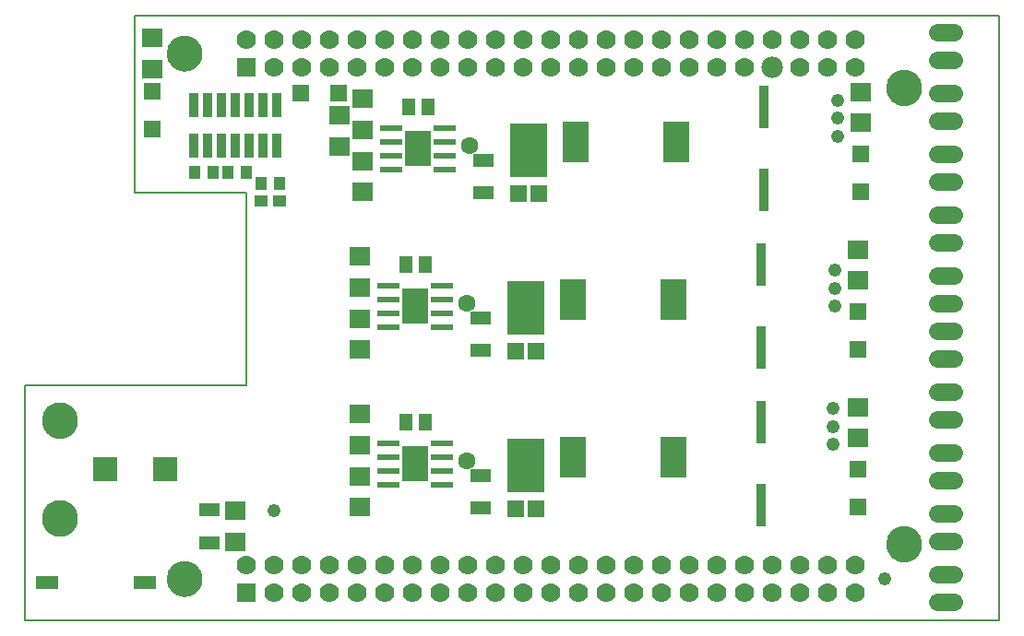
<source format=gts>
G75*
%MOIN*%
%OFA0B0*%
%FSLAX25Y25*%
%IPPOS*%
%LPD*%
%AMOC8*
5,1,8,0,0,1.08239X$1,22.5*
%
%ADD10C,0.00500*%
%ADD11C,0.00000*%
%ADD12C,0.12900*%
%ADD13R,0.07000X0.07000*%
%ADD14C,0.07000*%
%ADD15C,0.07800*%
%ADD16R,0.07500X0.04800*%
%ADD17R,0.07498X0.06699*%
%ADD18R,0.04800X0.06100*%
%ADD19R,0.03500X0.15600*%
%ADD20R,0.05900X0.05900*%
%ADD21R,0.13600X0.19500*%
%ADD22R,0.06306X0.06306*%
%ADD23R,0.08200X0.02200*%
%ADD24R,0.09800X0.12600*%
%ADD25R,0.09455X0.14573*%
%ADD26C,0.06400*%
%ADD27R,0.08668X0.08668*%
%ADD28C,0.12998*%
%ADD29R,0.04337X0.04731*%
%ADD30R,0.04731X0.04337*%
%ADD31R,0.03392X0.09061*%
%ADD32R,0.08300X0.04700*%
%ADD33C,0.04900*%
%ADD34C,0.06306*%
D10*
X0026831Y0025600D02*
X0026831Y0110600D01*
X0106831Y0110600D01*
X0106831Y0180100D01*
X0066331Y0180100D01*
X0066331Y0244100D01*
X0378831Y0244100D01*
X0378831Y0025600D01*
X0026831Y0025600D01*
D11*
X0032996Y0062383D02*
X0032998Y0062541D01*
X0033004Y0062699D01*
X0033014Y0062857D01*
X0033028Y0063015D01*
X0033046Y0063172D01*
X0033067Y0063329D01*
X0033093Y0063485D01*
X0033123Y0063641D01*
X0033156Y0063796D01*
X0033194Y0063949D01*
X0033235Y0064102D01*
X0033280Y0064254D01*
X0033329Y0064405D01*
X0033382Y0064554D01*
X0033438Y0064702D01*
X0033498Y0064848D01*
X0033562Y0064993D01*
X0033630Y0065136D01*
X0033701Y0065278D01*
X0033775Y0065418D01*
X0033853Y0065555D01*
X0033935Y0065691D01*
X0034019Y0065825D01*
X0034108Y0065956D01*
X0034199Y0066085D01*
X0034294Y0066212D01*
X0034391Y0066337D01*
X0034492Y0066459D01*
X0034596Y0066578D01*
X0034703Y0066695D01*
X0034813Y0066809D01*
X0034926Y0066920D01*
X0035041Y0067029D01*
X0035159Y0067134D01*
X0035280Y0067236D01*
X0035403Y0067336D01*
X0035529Y0067432D01*
X0035657Y0067525D01*
X0035787Y0067615D01*
X0035920Y0067701D01*
X0036055Y0067785D01*
X0036191Y0067864D01*
X0036330Y0067941D01*
X0036471Y0068013D01*
X0036613Y0068083D01*
X0036757Y0068148D01*
X0036903Y0068210D01*
X0037050Y0068268D01*
X0037199Y0068323D01*
X0037349Y0068374D01*
X0037500Y0068421D01*
X0037652Y0068464D01*
X0037805Y0068503D01*
X0037960Y0068539D01*
X0038115Y0068570D01*
X0038271Y0068598D01*
X0038427Y0068622D01*
X0038584Y0068642D01*
X0038742Y0068658D01*
X0038899Y0068670D01*
X0039058Y0068678D01*
X0039216Y0068682D01*
X0039374Y0068682D01*
X0039532Y0068678D01*
X0039691Y0068670D01*
X0039848Y0068658D01*
X0040006Y0068642D01*
X0040163Y0068622D01*
X0040319Y0068598D01*
X0040475Y0068570D01*
X0040630Y0068539D01*
X0040785Y0068503D01*
X0040938Y0068464D01*
X0041090Y0068421D01*
X0041241Y0068374D01*
X0041391Y0068323D01*
X0041540Y0068268D01*
X0041687Y0068210D01*
X0041833Y0068148D01*
X0041977Y0068083D01*
X0042119Y0068013D01*
X0042260Y0067941D01*
X0042399Y0067864D01*
X0042535Y0067785D01*
X0042670Y0067701D01*
X0042803Y0067615D01*
X0042933Y0067525D01*
X0043061Y0067432D01*
X0043187Y0067336D01*
X0043310Y0067236D01*
X0043431Y0067134D01*
X0043549Y0067029D01*
X0043664Y0066920D01*
X0043777Y0066809D01*
X0043887Y0066695D01*
X0043994Y0066578D01*
X0044098Y0066459D01*
X0044199Y0066337D01*
X0044296Y0066212D01*
X0044391Y0066085D01*
X0044482Y0065956D01*
X0044571Y0065825D01*
X0044655Y0065691D01*
X0044737Y0065555D01*
X0044815Y0065418D01*
X0044889Y0065278D01*
X0044960Y0065136D01*
X0045028Y0064993D01*
X0045092Y0064848D01*
X0045152Y0064702D01*
X0045208Y0064554D01*
X0045261Y0064405D01*
X0045310Y0064254D01*
X0045355Y0064102D01*
X0045396Y0063949D01*
X0045434Y0063796D01*
X0045467Y0063641D01*
X0045497Y0063485D01*
X0045523Y0063329D01*
X0045544Y0063172D01*
X0045562Y0063015D01*
X0045576Y0062857D01*
X0045586Y0062699D01*
X0045592Y0062541D01*
X0045594Y0062383D01*
X0045592Y0062225D01*
X0045586Y0062067D01*
X0045576Y0061909D01*
X0045562Y0061751D01*
X0045544Y0061594D01*
X0045523Y0061437D01*
X0045497Y0061281D01*
X0045467Y0061125D01*
X0045434Y0060970D01*
X0045396Y0060817D01*
X0045355Y0060664D01*
X0045310Y0060512D01*
X0045261Y0060361D01*
X0045208Y0060212D01*
X0045152Y0060064D01*
X0045092Y0059918D01*
X0045028Y0059773D01*
X0044960Y0059630D01*
X0044889Y0059488D01*
X0044815Y0059348D01*
X0044737Y0059211D01*
X0044655Y0059075D01*
X0044571Y0058941D01*
X0044482Y0058810D01*
X0044391Y0058681D01*
X0044296Y0058554D01*
X0044199Y0058429D01*
X0044098Y0058307D01*
X0043994Y0058188D01*
X0043887Y0058071D01*
X0043777Y0057957D01*
X0043664Y0057846D01*
X0043549Y0057737D01*
X0043431Y0057632D01*
X0043310Y0057530D01*
X0043187Y0057430D01*
X0043061Y0057334D01*
X0042933Y0057241D01*
X0042803Y0057151D01*
X0042670Y0057065D01*
X0042535Y0056981D01*
X0042399Y0056902D01*
X0042260Y0056825D01*
X0042119Y0056753D01*
X0041977Y0056683D01*
X0041833Y0056618D01*
X0041687Y0056556D01*
X0041540Y0056498D01*
X0041391Y0056443D01*
X0041241Y0056392D01*
X0041090Y0056345D01*
X0040938Y0056302D01*
X0040785Y0056263D01*
X0040630Y0056227D01*
X0040475Y0056196D01*
X0040319Y0056168D01*
X0040163Y0056144D01*
X0040006Y0056124D01*
X0039848Y0056108D01*
X0039691Y0056096D01*
X0039532Y0056088D01*
X0039374Y0056084D01*
X0039216Y0056084D01*
X0039058Y0056088D01*
X0038899Y0056096D01*
X0038742Y0056108D01*
X0038584Y0056124D01*
X0038427Y0056144D01*
X0038271Y0056168D01*
X0038115Y0056196D01*
X0037960Y0056227D01*
X0037805Y0056263D01*
X0037652Y0056302D01*
X0037500Y0056345D01*
X0037349Y0056392D01*
X0037199Y0056443D01*
X0037050Y0056498D01*
X0036903Y0056556D01*
X0036757Y0056618D01*
X0036613Y0056683D01*
X0036471Y0056753D01*
X0036330Y0056825D01*
X0036191Y0056902D01*
X0036055Y0056981D01*
X0035920Y0057065D01*
X0035787Y0057151D01*
X0035657Y0057241D01*
X0035529Y0057334D01*
X0035403Y0057430D01*
X0035280Y0057530D01*
X0035159Y0057632D01*
X0035041Y0057737D01*
X0034926Y0057846D01*
X0034813Y0057957D01*
X0034703Y0058071D01*
X0034596Y0058188D01*
X0034492Y0058307D01*
X0034391Y0058429D01*
X0034294Y0058554D01*
X0034199Y0058681D01*
X0034108Y0058810D01*
X0034019Y0058941D01*
X0033935Y0059075D01*
X0033853Y0059211D01*
X0033775Y0059348D01*
X0033701Y0059488D01*
X0033630Y0059630D01*
X0033562Y0059773D01*
X0033498Y0059918D01*
X0033438Y0060064D01*
X0033382Y0060212D01*
X0033329Y0060361D01*
X0033280Y0060512D01*
X0033235Y0060664D01*
X0033194Y0060817D01*
X0033156Y0060970D01*
X0033123Y0061125D01*
X0033093Y0061281D01*
X0033067Y0061437D01*
X0033046Y0061594D01*
X0033028Y0061751D01*
X0033014Y0061909D01*
X0033004Y0062067D01*
X0032998Y0062225D01*
X0032996Y0062383D01*
X0078081Y0040600D02*
X0078083Y0040758D01*
X0078089Y0040915D01*
X0078099Y0041073D01*
X0078113Y0041230D01*
X0078131Y0041386D01*
X0078152Y0041543D01*
X0078178Y0041698D01*
X0078208Y0041853D01*
X0078241Y0042007D01*
X0078279Y0042160D01*
X0078320Y0042313D01*
X0078365Y0042464D01*
X0078414Y0042614D01*
X0078467Y0042762D01*
X0078523Y0042910D01*
X0078584Y0043055D01*
X0078647Y0043200D01*
X0078715Y0043342D01*
X0078786Y0043483D01*
X0078860Y0043622D01*
X0078938Y0043759D01*
X0079020Y0043894D01*
X0079104Y0044027D01*
X0079193Y0044158D01*
X0079284Y0044286D01*
X0079379Y0044413D01*
X0079476Y0044536D01*
X0079577Y0044658D01*
X0079681Y0044776D01*
X0079788Y0044892D01*
X0079898Y0045005D01*
X0080010Y0045116D01*
X0080126Y0045223D01*
X0080244Y0045328D01*
X0080364Y0045430D01*
X0080487Y0045528D01*
X0080613Y0045624D01*
X0080741Y0045716D01*
X0080871Y0045805D01*
X0081003Y0045891D01*
X0081138Y0045973D01*
X0081275Y0046052D01*
X0081413Y0046127D01*
X0081553Y0046199D01*
X0081696Y0046267D01*
X0081839Y0046332D01*
X0081985Y0046393D01*
X0082132Y0046450D01*
X0082280Y0046504D01*
X0082430Y0046554D01*
X0082580Y0046600D01*
X0082732Y0046642D01*
X0082885Y0046681D01*
X0083039Y0046715D01*
X0083194Y0046746D01*
X0083349Y0046772D01*
X0083505Y0046795D01*
X0083662Y0046814D01*
X0083819Y0046829D01*
X0083976Y0046840D01*
X0084134Y0046847D01*
X0084292Y0046850D01*
X0084449Y0046849D01*
X0084607Y0046844D01*
X0084764Y0046835D01*
X0084922Y0046822D01*
X0085078Y0046805D01*
X0085235Y0046784D01*
X0085390Y0046760D01*
X0085545Y0046731D01*
X0085700Y0046698D01*
X0085853Y0046662D01*
X0086006Y0046621D01*
X0086157Y0046577D01*
X0086307Y0046529D01*
X0086456Y0046478D01*
X0086604Y0046422D01*
X0086750Y0046363D01*
X0086895Y0046300D01*
X0087038Y0046233D01*
X0087179Y0046163D01*
X0087318Y0046090D01*
X0087456Y0046013D01*
X0087592Y0045932D01*
X0087725Y0045848D01*
X0087856Y0045761D01*
X0087985Y0045670D01*
X0088112Y0045576D01*
X0088237Y0045479D01*
X0088358Y0045379D01*
X0088478Y0045276D01*
X0088594Y0045170D01*
X0088708Y0045061D01*
X0088820Y0044949D01*
X0088928Y0044835D01*
X0089033Y0044717D01*
X0089136Y0044597D01*
X0089235Y0044475D01*
X0089331Y0044350D01*
X0089424Y0044222D01*
X0089514Y0044093D01*
X0089600Y0043961D01*
X0089684Y0043827D01*
X0089763Y0043691D01*
X0089840Y0043553D01*
X0089912Y0043413D01*
X0089981Y0043271D01*
X0090047Y0043128D01*
X0090109Y0042983D01*
X0090167Y0042836D01*
X0090222Y0042688D01*
X0090273Y0042539D01*
X0090320Y0042388D01*
X0090363Y0042237D01*
X0090402Y0042084D01*
X0090438Y0041930D01*
X0090469Y0041776D01*
X0090497Y0041621D01*
X0090521Y0041465D01*
X0090541Y0041308D01*
X0090557Y0041151D01*
X0090569Y0040994D01*
X0090577Y0040837D01*
X0090581Y0040679D01*
X0090581Y0040521D01*
X0090577Y0040363D01*
X0090569Y0040206D01*
X0090557Y0040049D01*
X0090541Y0039892D01*
X0090521Y0039735D01*
X0090497Y0039579D01*
X0090469Y0039424D01*
X0090438Y0039270D01*
X0090402Y0039116D01*
X0090363Y0038963D01*
X0090320Y0038812D01*
X0090273Y0038661D01*
X0090222Y0038512D01*
X0090167Y0038364D01*
X0090109Y0038217D01*
X0090047Y0038072D01*
X0089981Y0037929D01*
X0089912Y0037787D01*
X0089840Y0037647D01*
X0089763Y0037509D01*
X0089684Y0037373D01*
X0089600Y0037239D01*
X0089514Y0037107D01*
X0089424Y0036978D01*
X0089331Y0036850D01*
X0089235Y0036725D01*
X0089136Y0036603D01*
X0089033Y0036483D01*
X0088928Y0036365D01*
X0088820Y0036251D01*
X0088708Y0036139D01*
X0088594Y0036030D01*
X0088478Y0035924D01*
X0088358Y0035821D01*
X0088237Y0035721D01*
X0088112Y0035624D01*
X0087985Y0035530D01*
X0087856Y0035439D01*
X0087725Y0035352D01*
X0087592Y0035268D01*
X0087456Y0035187D01*
X0087318Y0035110D01*
X0087179Y0035037D01*
X0087038Y0034967D01*
X0086895Y0034900D01*
X0086750Y0034837D01*
X0086604Y0034778D01*
X0086456Y0034722D01*
X0086307Y0034671D01*
X0086157Y0034623D01*
X0086006Y0034579D01*
X0085853Y0034538D01*
X0085700Y0034502D01*
X0085545Y0034469D01*
X0085390Y0034440D01*
X0085235Y0034416D01*
X0085078Y0034395D01*
X0084922Y0034378D01*
X0084764Y0034365D01*
X0084607Y0034356D01*
X0084449Y0034351D01*
X0084292Y0034350D01*
X0084134Y0034353D01*
X0083976Y0034360D01*
X0083819Y0034371D01*
X0083662Y0034386D01*
X0083505Y0034405D01*
X0083349Y0034428D01*
X0083194Y0034454D01*
X0083039Y0034485D01*
X0082885Y0034519D01*
X0082732Y0034558D01*
X0082580Y0034600D01*
X0082430Y0034646D01*
X0082280Y0034696D01*
X0082132Y0034750D01*
X0081985Y0034807D01*
X0081839Y0034868D01*
X0081696Y0034933D01*
X0081553Y0035001D01*
X0081413Y0035073D01*
X0081275Y0035148D01*
X0081138Y0035227D01*
X0081003Y0035309D01*
X0080871Y0035395D01*
X0080741Y0035484D01*
X0080613Y0035576D01*
X0080487Y0035672D01*
X0080364Y0035770D01*
X0080244Y0035872D01*
X0080126Y0035977D01*
X0080010Y0036084D01*
X0079898Y0036195D01*
X0079788Y0036308D01*
X0079681Y0036424D01*
X0079577Y0036542D01*
X0079476Y0036664D01*
X0079379Y0036787D01*
X0079284Y0036914D01*
X0079193Y0037042D01*
X0079104Y0037173D01*
X0079020Y0037306D01*
X0078938Y0037441D01*
X0078860Y0037578D01*
X0078786Y0037717D01*
X0078715Y0037858D01*
X0078647Y0038000D01*
X0078584Y0038145D01*
X0078523Y0038290D01*
X0078467Y0038438D01*
X0078414Y0038586D01*
X0078365Y0038736D01*
X0078320Y0038887D01*
X0078279Y0039040D01*
X0078241Y0039193D01*
X0078208Y0039347D01*
X0078178Y0039502D01*
X0078152Y0039657D01*
X0078131Y0039814D01*
X0078113Y0039970D01*
X0078099Y0040127D01*
X0078089Y0040285D01*
X0078083Y0040442D01*
X0078081Y0040600D01*
X0032996Y0097817D02*
X0032998Y0097975D01*
X0033004Y0098133D01*
X0033014Y0098291D01*
X0033028Y0098449D01*
X0033046Y0098606D01*
X0033067Y0098763D01*
X0033093Y0098919D01*
X0033123Y0099075D01*
X0033156Y0099230D01*
X0033194Y0099383D01*
X0033235Y0099536D01*
X0033280Y0099688D01*
X0033329Y0099839D01*
X0033382Y0099988D01*
X0033438Y0100136D01*
X0033498Y0100282D01*
X0033562Y0100427D01*
X0033630Y0100570D01*
X0033701Y0100712D01*
X0033775Y0100852D01*
X0033853Y0100989D01*
X0033935Y0101125D01*
X0034019Y0101259D01*
X0034108Y0101390D01*
X0034199Y0101519D01*
X0034294Y0101646D01*
X0034391Y0101771D01*
X0034492Y0101893D01*
X0034596Y0102012D01*
X0034703Y0102129D01*
X0034813Y0102243D01*
X0034926Y0102354D01*
X0035041Y0102463D01*
X0035159Y0102568D01*
X0035280Y0102670D01*
X0035403Y0102770D01*
X0035529Y0102866D01*
X0035657Y0102959D01*
X0035787Y0103049D01*
X0035920Y0103135D01*
X0036055Y0103219D01*
X0036191Y0103298D01*
X0036330Y0103375D01*
X0036471Y0103447D01*
X0036613Y0103517D01*
X0036757Y0103582D01*
X0036903Y0103644D01*
X0037050Y0103702D01*
X0037199Y0103757D01*
X0037349Y0103808D01*
X0037500Y0103855D01*
X0037652Y0103898D01*
X0037805Y0103937D01*
X0037960Y0103973D01*
X0038115Y0104004D01*
X0038271Y0104032D01*
X0038427Y0104056D01*
X0038584Y0104076D01*
X0038742Y0104092D01*
X0038899Y0104104D01*
X0039058Y0104112D01*
X0039216Y0104116D01*
X0039374Y0104116D01*
X0039532Y0104112D01*
X0039691Y0104104D01*
X0039848Y0104092D01*
X0040006Y0104076D01*
X0040163Y0104056D01*
X0040319Y0104032D01*
X0040475Y0104004D01*
X0040630Y0103973D01*
X0040785Y0103937D01*
X0040938Y0103898D01*
X0041090Y0103855D01*
X0041241Y0103808D01*
X0041391Y0103757D01*
X0041540Y0103702D01*
X0041687Y0103644D01*
X0041833Y0103582D01*
X0041977Y0103517D01*
X0042119Y0103447D01*
X0042260Y0103375D01*
X0042399Y0103298D01*
X0042535Y0103219D01*
X0042670Y0103135D01*
X0042803Y0103049D01*
X0042933Y0102959D01*
X0043061Y0102866D01*
X0043187Y0102770D01*
X0043310Y0102670D01*
X0043431Y0102568D01*
X0043549Y0102463D01*
X0043664Y0102354D01*
X0043777Y0102243D01*
X0043887Y0102129D01*
X0043994Y0102012D01*
X0044098Y0101893D01*
X0044199Y0101771D01*
X0044296Y0101646D01*
X0044391Y0101519D01*
X0044482Y0101390D01*
X0044571Y0101259D01*
X0044655Y0101125D01*
X0044737Y0100989D01*
X0044815Y0100852D01*
X0044889Y0100712D01*
X0044960Y0100570D01*
X0045028Y0100427D01*
X0045092Y0100282D01*
X0045152Y0100136D01*
X0045208Y0099988D01*
X0045261Y0099839D01*
X0045310Y0099688D01*
X0045355Y0099536D01*
X0045396Y0099383D01*
X0045434Y0099230D01*
X0045467Y0099075D01*
X0045497Y0098919D01*
X0045523Y0098763D01*
X0045544Y0098606D01*
X0045562Y0098449D01*
X0045576Y0098291D01*
X0045586Y0098133D01*
X0045592Y0097975D01*
X0045594Y0097817D01*
X0045592Y0097659D01*
X0045586Y0097501D01*
X0045576Y0097343D01*
X0045562Y0097185D01*
X0045544Y0097028D01*
X0045523Y0096871D01*
X0045497Y0096715D01*
X0045467Y0096559D01*
X0045434Y0096404D01*
X0045396Y0096251D01*
X0045355Y0096098D01*
X0045310Y0095946D01*
X0045261Y0095795D01*
X0045208Y0095646D01*
X0045152Y0095498D01*
X0045092Y0095352D01*
X0045028Y0095207D01*
X0044960Y0095064D01*
X0044889Y0094922D01*
X0044815Y0094782D01*
X0044737Y0094645D01*
X0044655Y0094509D01*
X0044571Y0094375D01*
X0044482Y0094244D01*
X0044391Y0094115D01*
X0044296Y0093988D01*
X0044199Y0093863D01*
X0044098Y0093741D01*
X0043994Y0093622D01*
X0043887Y0093505D01*
X0043777Y0093391D01*
X0043664Y0093280D01*
X0043549Y0093171D01*
X0043431Y0093066D01*
X0043310Y0092964D01*
X0043187Y0092864D01*
X0043061Y0092768D01*
X0042933Y0092675D01*
X0042803Y0092585D01*
X0042670Y0092499D01*
X0042535Y0092415D01*
X0042399Y0092336D01*
X0042260Y0092259D01*
X0042119Y0092187D01*
X0041977Y0092117D01*
X0041833Y0092052D01*
X0041687Y0091990D01*
X0041540Y0091932D01*
X0041391Y0091877D01*
X0041241Y0091826D01*
X0041090Y0091779D01*
X0040938Y0091736D01*
X0040785Y0091697D01*
X0040630Y0091661D01*
X0040475Y0091630D01*
X0040319Y0091602D01*
X0040163Y0091578D01*
X0040006Y0091558D01*
X0039848Y0091542D01*
X0039691Y0091530D01*
X0039532Y0091522D01*
X0039374Y0091518D01*
X0039216Y0091518D01*
X0039058Y0091522D01*
X0038899Y0091530D01*
X0038742Y0091542D01*
X0038584Y0091558D01*
X0038427Y0091578D01*
X0038271Y0091602D01*
X0038115Y0091630D01*
X0037960Y0091661D01*
X0037805Y0091697D01*
X0037652Y0091736D01*
X0037500Y0091779D01*
X0037349Y0091826D01*
X0037199Y0091877D01*
X0037050Y0091932D01*
X0036903Y0091990D01*
X0036757Y0092052D01*
X0036613Y0092117D01*
X0036471Y0092187D01*
X0036330Y0092259D01*
X0036191Y0092336D01*
X0036055Y0092415D01*
X0035920Y0092499D01*
X0035787Y0092585D01*
X0035657Y0092675D01*
X0035529Y0092768D01*
X0035403Y0092864D01*
X0035280Y0092964D01*
X0035159Y0093066D01*
X0035041Y0093171D01*
X0034926Y0093280D01*
X0034813Y0093391D01*
X0034703Y0093505D01*
X0034596Y0093622D01*
X0034492Y0093741D01*
X0034391Y0093863D01*
X0034294Y0093988D01*
X0034199Y0094115D01*
X0034108Y0094244D01*
X0034019Y0094375D01*
X0033935Y0094509D01*
X0033853Y0094645D01*
X0033775Y0094782D01*
X0033701Y0094922D01*
X0033630Y0095064D01*
X0033562Y0095207D01*
X0033498Y0095352D01*
X0033438Y0095498D01*
X0033382Y0095646D01*
X0033329Y0095795D01*
X0033280Y0095946D01*
X0033235Y0096098D01*
X0033194Y0096251D01*
X0033156Y0096404D01*
X0033123Y0096559D01*
X0033093Y0096715D01*
X0033067Y0096871D01*
X0033046Y0097028D01*
X0033028Y0097185D01*
X0033014Y0097343D01*
X0033004Y0097501D01*
X0032998Y0097659D01*
X0032996Y0097817D01*
X0078081Y0230600D02*
X0078083Y0230758D01*
X0078089Y0230915D01*
X0078099Y0231073D01*
X0078113Y0231230D01*
X0078131Y0231386D01*
X0078152Y0231543D01*
X0078178Y0231698D01*
X0078208Y0231853D01*
X0078241Y0232007D01*
X0078279Y0232160D01*
X0078320Y0232313D01*
X0078365Y0232464D01*
X0078414Y0232614D01*
X0078467Y0232762D01*
X0078523Y0232910D01*
X0078584Y0233055D01*
X0078647Y0233200D01*
X0078715Y0233342D01*
X0078786Y0233483D01*
X0078860Y0233622D01*
X0078938Y0233759D01*
X0079020Y0233894D01*
X0079104Y0234027D01*
X0079193Y0234158D01*
X0079284Y0234286D01*
X0079379Y0234413D01*
X0079476Y0234536D01*
X0079577Y0234658D01*
X0079681Y0234776D01*
X0079788Y0234892D01*
X0079898Y0235005D01*
X0080010Y0235116D01*
X0080126Y0235223D01*
X0080244Y0235328D01*
X0080364Y0235430D01*
X0080487Y0235528D01*
X0080613Y0235624D01*
X0080741Y0235716D01*
X0080871Y0235805D01*
X0081003Y0235891D01*
X0081138Y0235973D01*
X0081275Y0236052D01*
X0081413Y0236127D01*
X0081553Y0236199D01*
X0081696Y0236267D01*
X0081839Y0236332D01*
X0081985Y0236393D01*
X0082132Y0236450D01*
X0082280Y0236504D01*
X0082430Y0236554D01*
X0082580Y0236600D01*
X0082732Y0236642D01*
X0082885Y0236681D01*
X0083039Y0236715D01*
X0083194Y0236746D01*
X0083349Y0236772D01*
X0083505Y0236795D01*
X0083662Y0236814D01*
X0083819Y0236829D01*
X0083976Y0236840D01*
X0084134Y0236847D01*
X0084292Y0236850D01*
X0084449Y0236849D01*
X0084607Y0236844D01*
X0084764Y0236835D01*
X0084922Y0236822D01*
X0085078Y0236805D01*
X0085235Y0236784D01*
X0085390Y0236760D01*
X0085545Y0236731D01*
X0085700Y0236698D01*
X0085853Y0236662D01*
X0086006Y0236621D01*
X0086157Y0236577D01*
X0086307Y0236529D01*
X0086456Y0236478D01*
X0086604Y0236422D01*
X0086750Y0236363D01*
X0086895Y0236300D01*
X0087038Y0236233D01*
X0087179Y0236163D01*
X0087318Y0236090D01*
X0087456Y0236013D01*
X0087592Y0235932D01*
X0087725Y0235848D01*
X0087856Y0235761D01*
X0087985Y0235670D01*
X0088112Y0235576D01*
X0088237Y0235479D01*
X0088358Y0235379D01*
X0088478Y0235276D01*
X0088594Y0235170D01*
X0088708Y0235061D01*
X0088820Y0234949D01*
X0088928Y0234835D01*
X0089033Y0234717D01*
X0089136Y0234597D01*
X0089235Y0234475D01*
X0089331Y0234350D01*
X0089424Y0234222D01*
X0089514Y0234093D01*
X0089600Y0233961D01*
X0089684Y0233827D01*
X0089763Y0233691D01*
X0089840Y0233553D01*
X0089912Y0233413D01*
X0089981Y0233271D01*
X0090047Y0233128D01*
X0090109Y0232983D01*
X0090167Y0232836D01*
X0090222Y0232688D01*
X0090273Y0232539D01*
X0090320Y0232388D01*
X0090363Y0232237D01*
X0090402Y0232084D01*
X0090438Y0231930D01*
X0090469Y0231776D01*
X0090497Y0231621D01*
X0090521Y0231465D01*
X0090541Y0231308D01*
X0090557Y0231151D01*
X0090569Y0230994D01*
X0090577Y0230837D01*
X0090581Y0230679D01*
X0090581Y0230521D01*
X0090577Y0230363D01*
X0090569Y0230206D01*
X0090557Y0230049D01*
X0090541Y0229892D01*
X0090521Y0229735D01*
X0090497Y0229579D01*
X0090469Y0229424D01*
X0090438Y0229270D01*
X0090402Y0229116D01*
X0090363Y0228963D01*
X0090320Y0228812D01*
X0090273Y0228661D01*
X0090222Y0228512D01*
X0090167Y0228364D01*
X0090109Y0228217D01*
X0090047Y0228072D01*
X0089981Y0227929D01*
X0089912Y0227787D01*
X0089840Y0227647D01*
X0089763Y0227509D01*
X0089684Y0227373D01*
X0089600Y0227239D01*
X0089514Y0227107D01*
X0089424Y0226978D01*
X0089331Y0226850D01*
X0089235Y0226725D01*
X0089136Y0226603D01*
X0089033Y0226483D01*
X0088928Y0226365D01*
X0088820Y0226251D01*
X0088708Y0226139D01*
X0088594Y0226030D01*
X0088478Y0225924D01*
X0088358Y0225821D01*
X0088237Y0225721D01*
X0088112Y0225624D01*
X0087985Y0225530D01*
X0087856Y0225439D01*
X0087725Y0225352D01*
X0087592Y0225268D01*
X0087456Y0225187D01*
X0087318Y0225110D01*
X0087179Y0225037D01*
X0087038Y0224967D01*
X0086895Y0224900D01*
X0086750Y0224837D01*
X0086604Y0224778D01*
X0086456Y0224722D01*
X0086307Y0224671D01*
X0086157Y0224623D01*
X0086006Y0224579D01*
X0085853Y0224538D01*
X0085700Y0224502D01*
X0085545Y0224469D01*
X0085390Y0224440D01*
X0085235Y0224416D01*
X0085078Y0224395D01*
X0084922Y0224378D01*
X0084764Y0224365D01*
X0084607Y0224356D01*
X0084449Y0224351D01*
X0084292Y0224350D01*
X0084134Y0224353D01*
X0083976Y0224360D01*
X0083819Y0224371D01*
X0083662Y0224386D01*
X0083505Y0224405D01*
X0083349Y0224428D01*
X0083194Y0224454D01*
X0083039Y0224485D01*
X0082885Y0224519D01*
X0082732Y0224558D01*
X0082580Y0224600D01*
X0082430Y0224646D01*
X0082280Y0224696D01*
X0082132Y0224750D01*
X0081985Y0224807D01*
X0081839Y0224868D01*
X0081696Y0224933D01*
X0081553Y0225001D01*
X0081413Y0225073D01*
X0081275Y0225148D01*
X0081138Y0225227D01*
X0081003Y0225309D01*
X0080871Y0225395D01*
X0080741Y0225484D01*
X0080613Y0225576D01*
X0080487Y0225672D01*
X0080364Y0225770D01*
X0080244Y0225872D01*
X0080126Y0225977D01*
X0080010Y0226084D01*
X0079898Y0226195D01*
X0079788Y0226308D01*
X0079681Y0226424D01*
X0079577Y0226542D01*
X0079476Y0226664D01*
X0079379Y0226787D01*
X0079284Y0226914D01*
X0079193Y0227042D01*
X0079104Y0227173D01*
X0079020Y0227306D01*
X0078938Y0227441D01*
X0078860Y0227578D01*
X0078786Y0227717D01*
X0078715Y0227858D01*
X0078647Y0228000D01*
X0078584Y0228145D01*
X0078523Y0228290D01*
X0078467Y0228438D01*
X0078414Y0228586D01*
X0078365Y0228736D01*
X0078320Y0228887D01*
X0078279Y0229040D01*
X0078241Y0229193D01*
X0078208Y0229347D01*
X0078178Y0229502D01*
X0078152Y0229657D01*
X0078131Y0229814D01*
X0078113Y0229970D01*
X0078099Y0230127D01*
X0078089Y0230285D01*
X0078083Y0230442D01*
X0078081Y0230600D01*
X0338081Y0218100D02*
X0338083Y0218258D01*
X0338089Y0218415D01*
X0338099Y0218573D01*
X0338113Y0218730D01*
X0338131Y0218886D01*
X0338152Y0219043D01*
X0338178Y0219198D01*
X0338208Y0219353D01*
X0338241Y0219507D01*
X0338279Y0219660D01*
X0338320Y0219813D01*
X0338365Y0219964D01*
X0338414Y0220114D01*
X0338467Y0220262D01*
X0338523Y0220410D01*
X0338584Y0220555D01*
X0338647Y0220700D01*
X0338715Y0220842D01*
X0338786Y0220983D01*
X0338860Y0221122D01*
X0338938Y0221259D01*
X0339020Y0221394D01*
X0339104Y0221527D01*
X0339193Y0221658D01*
X0339284Y0221786D01*
X0339379Y0221913D01*
X0339476Y0222036D01*
X0339577Y0222158D01*
X0339681Y0222276D01*
X0339788Y0222392D01*
X0339898Y0222505D01*
X0340010Y0222616D01*
X0340126Y0222723D01*
X0340244Y0222828D01*
X0340364Y0222930D01*
X0340487Y0223028D01*
X0340613Y0223124D01*
X0340741Y0223216D01*
X0340871Y0223305D01*
X0341003Y0223391D01*
X0341138Y0223473D01*
X0341275Y0223552D01*
X0341413Y0223627D01*
X0341553Y0223699D01*
X0341696Y0223767D01*
X0341839Y0223832D01*
X0341985Y0223893D01*
X0342132Y0223950D01*
X0342280Y0224004D01*
X0342430Y0224054D01*
X0342580Y0224100D01*
X0342732Y0224142D01*
X0342885Y0224181D01*
X0343039Y0224215D01*
X0343194Y0224246D01*
X0343349Y0224272D01*
X0343505Y0224295D01*
X0343662Y0224314D01*
X0343819Y0224329D01*
X0343976Y0224340D01*
X0344134Y0224347D01*
X0344292Y0224350D01*
X0344449Y0224349D01*
X0344607Y0224344D01*
X0344764Y0224335D01*
X0344922Y0224322D01*
X0345078Y0224305D01*
X0345235Y0224284D01*
X0345390Y0224260D01*
X0345545Y0224231D01*
X0345700Y0224198D01*
X0345853Y0224162D01*
X0346006Y0224121D01*
X0346157Y0224077D01*
X0346307Y0224029D01*
X0346456Y0223978D01*
X0346604Y0223922D01*
X0346750Y0223863D01*
X0346895Y0223800D01*
X0347038Y0223733D01*
X0347179Y0223663D01*
X0347318Y0223590D01*
X0347456Y0223513D01*
X0347592Y0223432D01*
X0347725Y0223348D01*
X0347856Y0223261D01*
X0347985Y0223170D01*
X0348112Y0223076D01*
X0348237Y0222979D01*
X0348358Y0222879D01*
X0348478Y0222776D01*
X0348594Y0222670D01*
X0348708Y0222561D01*
X0348820Y0222449D01*
X0348928Y0222335D01*
X0349033Y0222217D01*
X0349136Y0222097D01*
X0349235Y0221975D01*
X0349331Y0221850D01*
X0349424Y0221722D01*
X0349514Y0221593D01*
X0349600Y0221461D01*
X0349684Y0221327D01*
X0349763Y0221191D01*
X0349840Y0221053D01*
X0349912Y0220913D01*
X0349981Y0220771D01*
X0350047Y0220628D01*
X0350109Y0220483D01*
X0350167Y0220336D01*
X0350222Y0220188D01*
X0350273Y0220039D01*
X0350320Y0219888D01*
X0350363Y0219737D01*
X0350402Y0219584D01*
X0350438Y0219430D01*
X0350469Y0219276D01*
X0350497Y0219121D01*
X0350521Y0218965D01*
X0350541Y0218808D01*
X0350557Y0218651D01*
X0350569Y0218494D01*
X0350577Y0218337D01*
X0350581Y0218179D01*
X0350581Y0218021D01*
X0350577Y0217863D01*
X0350569Y0217706D01*
X0350557Y0217549D01*
X0350541Y0217392D01*
X0350521Y0217235D01*
X0350497Y0217079D01*
X0350469Y0216924D01*
X0350438Y0216770D01*
X0350402Y0216616D01*
X0350363Y0216463D01*
X0350320Y0216312D01*
X0350273Y0216161D01*
X0350222Y0216012D01*
X0350167Y0215864D01*
X0350109Y0215717D01*
X0350047Y0215572D01*
X0349981Y0215429D01*
X0349912Y0215287D01*
X0349840Y0215147D01*
X0349763Y0215009D01*
X0349684Y0214873D01*
X0349600Y0214739D01*
X0349514Y0214607D01*
X0349424Y0214478D01*
X0349331Y0214350D01*
X0349235Y0214225D01*
X0349136Y0214103D01*
X0349033Y0213983D01*
X0348928Y0213865D01*
X0348820Y0213751D01*
X0348708Y0213639D01*
X0348594Y0213530D01*
X0348478Y0213424D01*
X0348358Y0213321D01*
X0348237Y0213221D01*
X0348112Y0213124D01*
X0347985Y0213030D01*
X0347856Y0212939D01*
X0347725Y0212852D01*
X0347592Y0212768D01*
X0347456Y0212687D01*
X0347318Y0212610D01*
X0347179Y0212537D01*
X0347038Y0212467D01*
X0346895Y0212400D01*
X0346750Y0212337D01*
X0346604Y0212278D01*
X0346456Y0212222D01*
X0346307Y0212171D01*
X0346157Y0212123D01*
X0346006Y0212079D01*
X0345853Y0212038D01*
X0345700Y0212002D01*
X0345545Y0211969D01*
X0345390Y0211940D01*
X0345235Y0211916D01*
X0345078Y0211895D01*
X0344922Y0211878D01*
X0344764Y0211865D01*
X0344607Y0211856D01*
X0344449Y0211851D01*
X0344292Y0211850D01*
X0344134Y0211853D01*
X0343976Y0211860D01*
X0343819Y0211871D01*
X0343662Y0211886D01*
X0343505Y0211905D01*
X0343349Y0211928D01*
X0343194Y0211954D01*
X0343039Y0211985D01*
X0342885Y0212019D01*
X0342732Y0212058D01*
X0342580Y0212100D01*
X0342430Y0212146D01*
X0342280Y0212196D01*
X0342132Y0212250D01*
X0341985Y0212307D01*
X0341839Y0212368D01*
X0341696Y0212433D01*
X0341553Y0212501D01*
X0341413Y0212573D01*
X0341275Y0212648D01*
X0341138Y0212727D01*
X0341003Y0212809D01*
X0340871Y0212895D01*
X0340741Y0212984D01*
X0340613Y0213076D01*
X0340487Y0213172D01*
X0340364Y0213270D01*
X0340244Y0213372D01*
X0340126Y0213477D01*
X0340010Y0213584D01*
X0339898Y0213695D01*
X0339788Y0213808D01*
X0339681Y0213924D01*
X0339577Y0214042D01*
X0339476Y0214164D01*
X0339379Y0214287D01*
X0339284Y0214414D01*
X0339193Y0214542D01*
X0339104Y0214673D01*
X0339020Y0214806D01*
X0338938Y0214941D01*
X0338860Y0215078D01*
X0338786Y0215217D01*
X0338715Y0215358D01*
X0338647Y0215500D01*
X0338584Y0215645D01*
X0338523Y0215790D01*
X0338467Y0215938D01*
X0338414Y0216086D01*
X0338365Y0216236D01*
X0338320Y0216387D01*
X0338279Y0216540D01*
X0338241Y0216693D01*
X0338208Y0216847D01*
X0338178Y0217002D01*
X0338152Y0217157D01*
X0338131Y0217314D01*
X0338113Y0217470D01*
X0338099Y0217627D01*
X0338089Y0217785D01*
X0338083Y0217942D01*
X0338081Y0218100D01*
X0338081Y0053100D02*
X0338083Y0053258D01*
X0338089Y0053415D01*
X0338099Y0053573D01*
X0338113Y0053730D01*
X0338131Y0053886D01*
X0338152Y0054043D01*
X0338178Y0054198D01*
X0338208Y0054353D01*
X0338241Y0054507D01*
X0338279Y0054660D01*
X0338320Y0054813D01*
X0338365Y0054964D01*
X0338414Y0055114D01*
X0338467Y0055262D01*
X0338523Y0055410D01*
X0338584Y0055555D01*
X0338647Y0055700D01*
X0338715Y0055842D01*
X0338786Y0055983D01*
X0338860Y0056122D01*
X0338938Y0056259D01*
X0339020Y0056394D01*
X0339104Y0056527D01*
X0339193Y0056658D01*
X0339284Y0056786D01*
X0339379Y0056913D01*
X0339476Y0057036D01*
X0339577Y0057158D01*
X0339681Y0057276D01*
X0339788Y0057392D01*
X0339898Y0057505D01*
X0340010Y0057616D01*
X0340126Y0057723D01*
X0340244Y0057828D01*
X0340364Y0057930D01*
X0340487Y0058028D01*
X0340613Y0058124D01*
X0340741Y0058216D01*
X0340871Y0058305D01*
X0341003Y0058391D01*
X0341138Y0058473D01*
X0341275Y0058552D01*
X0341413Y0058627D01*
X0341553Y0058699D01*
X0341696Y0058767D01*
X0341839Y0058832D01*
X0341985Y0058893D01*
X0342132Y0058950D01*
X0342280Y0059004D01*
X0342430Y0059054D01*
X0342580Y0059100D01*
X0342732Y0059142D01*
X0342885Y0059181D01*
X0343039Y0059215D01*
X0343194Y0059246D01*
X0343349Y0059272D01*
X0343505Y0059295D01*
X0343662Y0059314D01*
X0343819Y0059329D01*
X0343976Y0059340D01*
X0344134Y0059347D01*
X0344292Y0059350D01*
X0344449Y0059349D01*
X0344607Y0059344D01*
X0344764Y0059335D01*
X0344922Y0059322D01*
X0345078Y0059305D01*
X0345235Y0059284D01*
X0345390Y0059260D01*
X0345545Y0059231D01*
X0345700Y0059198D01*
X0345853Y0059162D01*
X0346006Y0059121D01*
X0346157Y0059077D01*
X0346307Y0059029D01*
X0346456Y0058978D01*
X0346604Y0058922D01*
X0346750Y0058863D01*
X0346895Y0058800D01*
X0347038Y0058733D01*
X0347179Y0058663D01*
X0347318Y0058590D01*
X0347456Y0058513D01*
X0347592Y0058432D01*
X0347725Y0058348D01*
X0347856Y0058261D01*
X0347985Y0058170D01*
X0348112Y0058076D01*
X0348237Y0057979D01*
X0348358Y0057879D01*
X0348478Y0057776D01*
X0348594Y0057670D01*
X0348708Y0057561D01*
X0348820Y0057449D01*
X0348928Y0057335D01*
X0349033Y0057217D01*
X0349136Y0057097D01*
X0349235Y0056975D01*
X0349331Y0056850D01*
X0349424Y0056722D01*
X0349514Y0056593D01*
X0349600Y0056461D01*
X0349684Y0056327D01*
X0349763Y0056191D01*
X0349840Y0056053D01*
X0349912Y0055913D01*
X0349981Y0055771D01*
X0350047Y0055628D01*
X0350109Y0055483D01*
X0350167Y0055336D01*
X0350222Y0055188D01*
X0350273Y0055039D01*
X0350320Y0054888D01*
X0350363Y0054737D01*
X0350402Y0054584D01*
X0350438Y0054430D01*
X0350469Y0054276D01*
X0350497Y0054121D01*
X0350521Y0053965D01*
X0350541Y0053808D01*
X0350557Y0053651D01*
X0350569Y0053494D01*
X0350577Y0053337D01*
X0350581Y0053179D01*
X0350581Y0053021D01*
X0350577Y0052863D01*
X0350569Y0052706D01*
X0350557Y0052549D01*
X0350541Y0052392D01*
X0350521Y0052235D01*
X0350497Y0052079D01*
X0350469Y0051924D01*
X0350438Y0051770D01*
X0350402Y0051616D01*
X0350363Y0051463D01*
X0350320Y0051312D01*
X0350273Y0051161D01*
X0350222Y0051012D01*
X0350167Y0050864D01*
X0350109Y0050717D01*
X0350047Y0050572D01*
X0349981Y0050429D01*
X0349912Y0050287D01*
X0349840Y0050147D01*
X0349763Y0050009D01*
X0349684Y0049873D01*
X0349600Y0049739D01*
X0349514Y0049607D01*
X0349424Y0049478D01*
X0349331Y0049350D01*
X0349235Y0049225D01*
X0349136Y0049103D01*
X0349033Y0048983D01*
X0348928Y0048865D01*
X0348820Y0048751D01*
X0348708Y0048639D01*
X0348594Y0048530D01*
X0348478Y0048424D01*
X0348358Y0048321D01*
X0348237Y0048221D01*
X0348112Y0048124D01*
X0347985Y0048030D01*
X0347856Y0047939D01*
X0347725Y0047852D01*
X0347592Y0047768D01*
X0347456Y0047687D01*
X0347318Y0047610D01*
X0347179Y0047537D01*
X0347038Y0047467D01*
X0346895Y0047400D01*
X0346750Y0047337D01*
X0346604Y0047278D01*
X0346456Y0047222D01*
X0346307Y0047171D01*
X0346157Y0047123D01*
X0346006Y0047079D01*
X0345853Y0047038D01*
X0345700Y0047002D01*
X0345545Y0046969D01*
X0345390Y0046940D01*
X0345235Y0046916D01*
X0345078Y0046895D01*
X0344922Y0046878D01*
X0344764Y0046865D01*
X0344607Y0046856D01*
X0344449Y0046851D01*
X0344292Y0046850D01*
X0344134Y0046853D01*
X0343976Y0046860D01*
X0343819Y0046871D01*
X0343662Y0046886D01*
X0343505Y0046905D01*
X0343349Y0046928D01*
X0343194Y0046954D01*
X0343039Y0046985D01*
X0342885Y0047019D01*
X0342732Y0047058D01*
X0342580Y0047100D01*
X0342430Y0047146D01*
X0342280Y0047196D01*
X0342132Y0047250D01*
X0341985Y0047307D01*
X0341839Y0047368D01*
X0341696Y0047433D01*
X0341553Y0047501D01*
X0341413Y0047573D01*
X0341275Y0047648D01*
X0341138Y0047727D01*
X0341003Y0047809D01*
X0340871Y0047895D01*
X0340741Y0047984D01*
X0340613Y0048076D01*
X0340487Y0048172D01*
X0340364Y0048270D01*
X0340244Y0048372D01*
X0340126Y0048477D01*
X0340010Y0048584D01*
X0339898Y0048695D01*
X0339788Y0048808D01*
X0339681Y0048924D01*
X0339577Y0049042D01*
X0339476Y0049164D01*
X0339379Y0049287D01*
X0339284Y0049414D01*
X0339193Y0049542D01*
X0339104Y0049673D01*
X0339020Y0049806D01*
X0338938Y0049941D01*
X0338860Y0050078D01*
X0338786Y0050217D01*
X0338715Y0050358D01*
X0338647Y0050500D01*
X0338584Y0050645D01*
X0338523Y0050790D01*
X0338467Y0050938D01*
X0338414Y0051086D01*
X0338365Y0051236D01*
X0338320Y0051387D01*
X0338279Y0051540D01*
X0338241Y0051693D01*
X0338208Y0051847D01*
X0338178Y0052002D01*
X0338152Y0052157D01*
X0338131Y0052314D01*
X0338113Y0052470D01*
X0338099Y0052627D01*
X0338089Y0052785D01*
X0338083Y0052942D01*
X0338081Y0053100D01*
D12*
X0344331Y0053100D03*
X0084331Y0040600D03*
X0344331Y0218100D03*
X0084331Y0230600D03*
D13*
X0106831Y0225600D03*
X0106831Y0035600D03*
D14*
X0116831Y0035600D03*
X0126831Y0035600D03*
X0136831Y0035600D03*
X0146831Y0035600D03*
X0156831Y0035600D03*
X0166831Y0035600D03*
X0176831Y0035600D03*
X0186831Y0035600D03*
X0196831Y0035600D03*
X0206831Y0035600D03*
X0216831Y0035600D03*
X0226831Y0035600D03*
X0236831Y0035600D03*
X0246831Y0035600D03*
X0256831Y0035600D03*
X0266831Y0035600D03*
X0276831Y0035600D03*
X0286831Y0035600D03*
X0296831Y0035600D03*
X0306831Y0035600D03*
X0316831Y0035600D03*
X0326831Y0035600D03*
X0326831Y0045600D03*
X0316831Y0045600D03*
X0306831Y0045600D03*
X0296831Y0045600D03*
X0286831Y0045600D03*
X0276831Y0045600D03*
X0266831Y0045600D03*
X0256831Y0045600D03*
X0246831Y0045600D03*
X0236831Y0045600D03*
X0226831Y0045600D03*
X0216831Y0045600D03*
X0206831Y0045600D03*
X0196831Y0045600D03*
X0186831Y0045600D03*
X0176831Y0045600D03*
X0166831Y0045600D03*
X0156831Y0045600D03*
X0146831Y0045600D03*
X0136831Y0045600D03*
X0126831Y0045600D03*
X0116831Y0045600D03*
X0106831Y0045600D03*
X0116831Y0225600D03*
X0126831Y0225600D03*
X0136831Y0225600D03*
X0146831Y0225600D03*
X0156831Y0225600D03*
X0166831Y0225600D03*
X0176831Y0225600D03*
X0186831Y0225600D03*
X0196831Y0225600D03*
X0206831Y0225600D03*
X0216831Y0225600D03*
X0226831Y0225600D03*
X0236831Y0225600D03*
X0246831Y0225600D03*
X0256831Y0225600D03*
X0266831Y0225600D03*
X0276831Y0225600D03*
X0286831Y0225600D03*
X0286831Y0235600D03*
X0296831Y0235600D03*
X0306831Y0235600D03*
X0316831Y0235600D03*
X0326831Y0235600D03*
X0326831Y0225600D03*
X0316831Y0225600D03*
X0306831Y0225600D03*
X0276831Y0235600D03*
X0266831Y0235600D03*
X0256831Y0235600D03*
X0246831Y0235600D03*
X0236831Y0235600D03*
X0226831Y0235600D03*
X0216831Y0235600D03*
X0206831Y0235600D03*
X0196831Y0235600D03*
X0186831Y0235600D03*
X0176831Y0235600D03*
X0166831Y0235600D03*
X0156831Y0235600D03*
X0146831Y0235600D03*
X0136831Y0235600D03*
X0126831Y0235600D03*
X0116831Y0235600D03*
X0106831Y0235600D03*
D15*
X0296831Y0225600D03*
D16*
X0192581Y0192000D03*
X0192581Y0180200D03*
X0191581Y0135000D03*
X0191581Y0123200D03*
X0191581Y0078000D03*
X0191581Y0066200D03*
X0093331Y0065500D03*
X0093331Y0053700D03*
D17*
X0102831Y0054002D03*
X0102831Y0065198D03*
X0147831Y0066502D03*
X0147831Y0077698D03*
X0147831Y0089002D03*
X0147831Y0100198D03*
X0147831Y0123502D03*
X0147831Y0134698D03*
X0147831Y0146002D03*
X0147831Y0157198D03*
X0148831Y0180502D03*
X0148831Y0191698D03*
X0140331Y0197002D03*
X0148831Y0203002D03*
X0140331Y0208198D03*
X0148831Y0214198D03*
X0072831Y0225002D03*
X0072831Y0236198D03*
X0328831Y0216698D03*
X0328831Y0205502D03*
X0327831Y0159698D03*
X0327831Y0148502D03*
X0327831Y0102698D03*
X0327831Y0091502D03*
D18*
X0171381Y0097100D03*
X0164281Y0097100D03*
X0164281Y0154100D03*
X0171381Y0154100D03*
X0172381Y0211100D03*
X0165281Y0211100D03*
D19*
X0293831Y0211150D03*
X0293831Y0181050D03*
X0292831Y0154150D03*
X0292831Y0124050D03*
X0292831Y0097150D03*
X0292831Y0067050D03*
D20*
X0211453Y0065850D03*
X0204209Y0065850D03*
X0204209Y0122850D03*
X0211453Y0122850D03*
X0212453Y0179850D03*
X0205209Y0179850D03*
D21*
X0208831Y0195550D03*
X0207831Y0138550D03*
X0207831Y0081550D03*
D22*
X0327831Y0080240D03*
X0327831Y0066460D03*
X0327831Y0123460D03*
X0327831Y0137240D03*
X0328831Y0180460D03*
X0328831Y0194240D03*
X0140220Y0216100D03*
X0126441Y0216100D03*
X0072831Y0216990D03*
X0072831Y0203210D03*
D23*
X0159131Y0203600D03*
X0159131Y0198600D03*
X0159131Y0193600D03*
X0159131Y0188600D03*
X0178531Y0188600D03*
X0178531Y0193600D03*
X0178531Y0198600D03*
X0178531Y0203600D03*
X0177531Y0146600D03*
X0177531Y0141600D03*
X0177531Y0136600D03*
X0177531Y0131600D03*
X0158131Y0131600D03*
X0158131Y0136600D03*
X0158131Y0141600D03*
X0158131Y0146600D03*
X0158131Y0089600D03*
X0158131Y0084600D03*
X0158131Y0079600D03*
X0158131Y0074600D03*
X0177531Y0074600D03*
X0177531Y0079600D03*
X0177531Y0084600D03*
X0177531Y0089600D03*
D24*
X0167831Y0082100D03*
X0167831Y0139100D03*
X0168831Y0196100D03*
D25*
X0225720Y0198600D03*
X0261941Y0198600D03*
X0260941Y0141600D03*
X0224720Y0141600D03*
X0224720Y0084600D03*
X0260941Y0084600D03*
D26*
X0356331Y0086100D02*
X0362331Y0086100D01*
X0362331Y0076100D02*
X0356331Y0076100D01*
X0356331Y0064100D02*
X0362331Y0064100D01*
X0362331Y0054100D02*
X0356331Y0054100D01*
X0356331Y0042100D02*
X0362331Y0042100D01*
X0362331Y0032100D02*
X0356331Y0032100D01*
X0356331Y0098100D02*
X0362331Y0098100D01*
X0362331Y0108100D02*
X0356331Y0108100D01*
X0356331Y0120100D02*
X0362331Y0120100D01*
X0362331Y0130100D02*
X0356331Y0130100D01*
X0356331Y0140100D02*
X0362331Y0140100D01*
X0362331Y0150100D02*
X0356331Y0150100D01*
X0356331Y0162100D02*
X0362331Y0162100D01*
X0362331Y0172100D02*
X0356331Y0172100D01*
X0356331Y0184100D02*
X0362331Y0184100D01*
X0362331Y0194100D02*
X0356331Y0194100D01*
X0356331Y0206100D02*
X0362331Y0206100D01*
X0362331Y0216100D02*
X0356331Y0216100D01*
X0356331Y0228100D02*
X0362331Y0228100D01*
X0362331Y0238100D02*
X0356331Y0238100D01*
D27*
X0077484Y0080100D03*
X0055831Y0080100D03*
D28*
X0039295Y0062383D03*
X0039295Y0097817D03*
D29*
X0111984Y0183600D03*
X0118677Y0183600D03*
X0106677Y0187600D03*
X0099984Y0187600D03*
X0094677Y0187600D03*
X0087984Y0187600D03*
D30*
X0111984Y0177100D03*
X0118677Y0177100D03*
D31*
X0117831Y0197317D03*
X0112831Y0197317D03*
X0107831Y0197317D03*
X0102831Y0197317D03*
X0097831Y0197317D03*
X0092831Y0197317D03*
X0087831Y0197317D03*
X0087831Y0211883D03*
X0092831Y0211883D03*
X0097831Y0211883D03*
X0102831Y0211883D03*
X0107831Y0211883D03*
X0112831Y0211883D03*
X0117831Y0211883D03*
D32*
X0070031Y0039100D03*
X0034631Y0039100D03*
D33*
X0116831Y0065198D03*
X0318831Y0089100D03*
X0318831Y0095600D03*
X0318831Y0102100D03*
X0319331Y0139100D03*
X0319331Y0145600D03*
X0319331Y0152100D03*
X0320331Y0200600D03*
X0320331Y0207100D03*
X0320331Y0213600D03*
X0337331Y0040600D03*
D34*
X0186581Y0083350D03*
X0186581Y0140350D03*
X0187581Y0197350D03*
M02*

</source>
